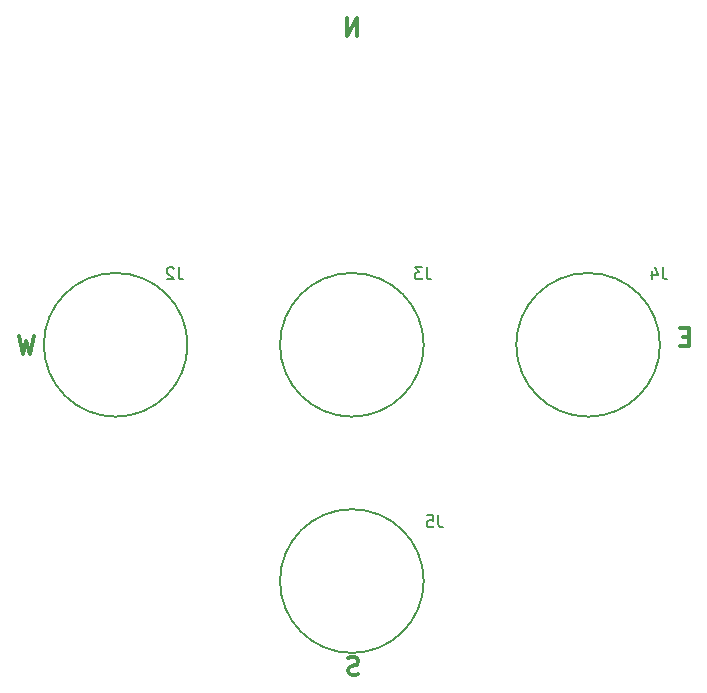
<source format=gbr>
G04 #@! TF.GenerationSoftware,KiCad,Pcbnew,(5.0.2)-1*
G04 #@! TF.CreationDate,2019-03-05T23:48:00-05:00*
G04 #@! TF.ProjectId,bikesenseCap,62696b65-7365-46e7-9365-4361702e6b69,REV E*
G04 #@! TF.SameCoordinates,Original*
G04 #@! TF.FileFunction,Legend,Bot*
G04 #@! TF.FilePolarity,Positive*
%FSLAX46Y46*%
G04 Gerber Fmt 4.6, Leading zero omitted, Abs format (unit mm)*
G04 Created by KiCad (PCBNEW (5.0.2)-1) date 3/5/2019 11:48:00 PM*
%MOMM*%
%LPD*%
G01*
G04 APERTURE LIST*
%ADD10C,0.300000*%
%ADD11C,0.150000*%
G04 APERTURE END LIST*
D10*
X123070857Y-99254571D02*
X122713714Y-100754571D01*
X122428000Y-99683142D01*
X122142285Y-100754571D01*
X121785142Y-99254571D01*
X178502428Y-99333857D02*
X178002428Y-99333857D01*
X177788142Y-100119571D02*
X178502428Y-100119571D01*
X178502428Y-98619571D01*
X177788142Y-98619571D01*
X150542571Y-127861142D02*
X150328285Y-127932571D01*
X149971142Y-127932571D01*
X149828285Y-127861142D01*
X149756857Y-127789714D01*
X149685428Y-127646857D01*
X149685428Y-127504000D01*
X149756857Y-127361142D01*
X149828285Y-127289714D01*
X149971142Y-127218285D01*
X150256857Y-127146857D01*
X150399714Y-127075428D01*
X150471142Y-127004000D01*
X150542571Y-126861142D01*
X150542571Y-126718285D01*
X150471142Y-126575428D01*
X150399714Y-126504000D01*
X150256857Y-126432571D01*
X149899714Y-126432571D01*
X149685428Y-126504000D01*
X150415571Y-73830571D02*
X150415571Y-72330571D01*
X149558428Y-73830571D01*
X149558428Y-72330571D01*
D11*
G04 #@! TO.C,J5*
X156082763Y-120000000D02*
G75*
G03X156082763Y-120000000I-6082763J0D01*
G01*
G04 #@! TO.C,J2*
X136082763Y-100000000D02*
G75*
G03X136082763Y-100000000I-6082763J0D01*
G01*
G04 #@! TO.C,J3*
X156082763Y-100000000D02*
G75*
G03X156082763Y-100000000I-6082763J0D01*
G01*
G04 #@! TO.C,J4*
X176082763Y-100000000D02*
G75*
G03X176082763Y-100000000I-6082763J0D01*
G01*
G04 #@! TO.C,J5*
X157333333Y-114452380D02*
X157333333Y-115166666D01*
X157380952Y-115309523D01*
X157476190Y-115404761D01*
X157619047Y-115452380D01*
X157714285Y-115452380D01*
X156380952Y-114452380D02*
X156857142Y-114452380D01*
X156904761Y-114928571D01*
X156857142Y-114880952D01*
X156761904Y-114833333D01*
X156523809Y-114833333D01*
X156428571Y-114880952D01*
X156380952Y-114928571D01*
X156333333Y-115023809D01*
X156333333Y-115261904D01*
X156380952Y-115357142D01*
X156428571Y-115404761D01*
X156523809Y-115452380D01*
X156761904Y-115452380D01*
X156857142Y-115404761D01*
X156904761Y-115357142D01*
G04 #@! TO.C,J2*
X135333333Y-93452380D02*
X135333333Y-94166666D01*
X135380952Y-94309523D01*
X135476190Y-94404761D01*
X135619047Y-94452380D01*
X135714285Y-94452380D01*
X134904761Y-93547619D02*
X134857142Y-93500000D01*
X134761904Y-93452380D01*
X134523809Y-93452380D01*
X134428571Y-93500000D01*
X134380952Y-93547619D01*
X134333333Y-93642857D01*
X134333333Y-93738095D01*
X134380952Y-93880952D01*
X134952380Y-94452380D01*
X134333333Y-94452380D01*
G04 #@! TO.C,J3*
X156333333Y-93452380D02*
X156333333Y-94166666D01*
X156380952Y-94309523D01*
X156476190Y-94404761D01*
X156619047Y-94452380D01*
X156714285Y-94452380D01*
X155952380Y-93452380D02*
X155333333Y-93452380D01*
X155666666Y-93833333D01*
X155523809Y-93833333D01*
X155428571Y-93880952D01*
X155380952Y-93928571D01*
X155333333Y-94023809D01*
X155333333Y-94261904D01*
X155380952Y-94357142D01*
X155428571Y-94404761D01*
X155523809Y-94452380D01*
X155809523Y-94452380D01*
X155904761Y-94404761D01*
X155952380Y-94357142D01*
G04 #@! TO.C,J4*
X176333333Y-93452380D02*
X176333333Y-94166666D01*
X176380952Y-94309523D01*
X176476190Y-94404761D01*
X176619047Y-94452380D01*
X176714285Y-94452380D01*
X175428571Y-93785714D02*
X175428571Y-94452380D01*
X175666666Y-93404761D02*
X175904761Y-94119047D01*
X175285714Y-94119047D01*
G04 #@! TD*
M02*

</source>
